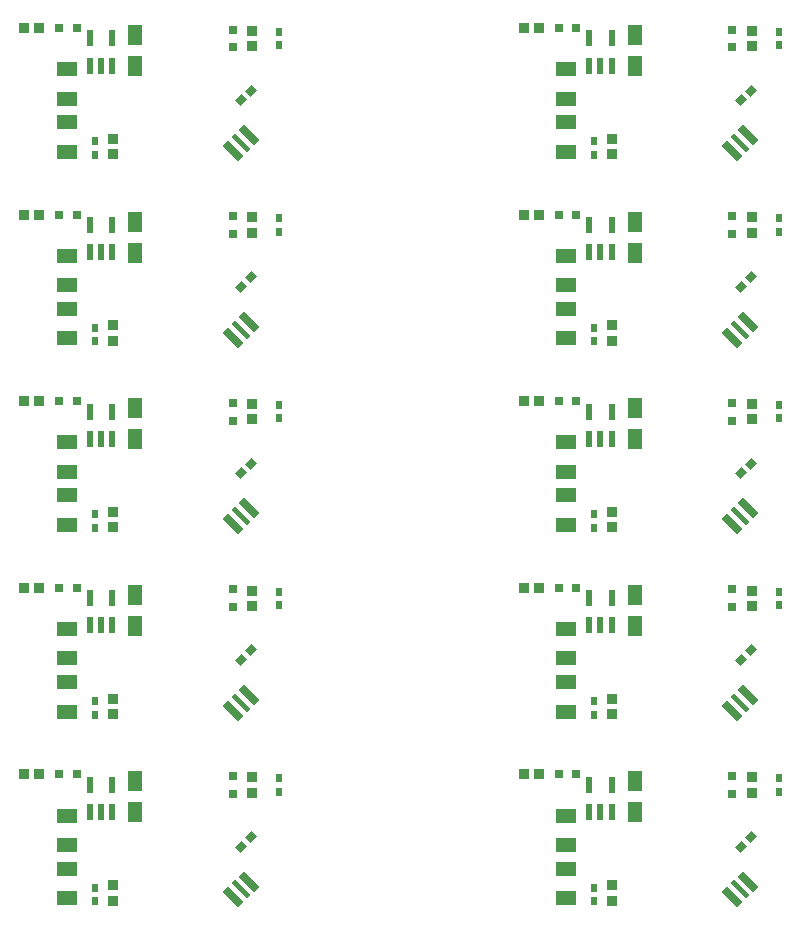
<source format=gbp>
G04*
G04 #@! TF.GenerationSoftware,Altium Limited,Altium Designer,22.10.1 (41)*
G04*
G04 Layer_Color=128*
%FSTAX24Y24*%
%MOIN*%
G70*
G04*
G04 #@! TF.SameCoordinates,8E8F082C-EA0B-43D0-983D-46ADB54C0823*
G04*
G04*
G04 #@! TF.FilePolarity,Positive*
G04*
G01*
G75*
%ADD14R,0.0236X0.0295*%
%ADD25R,0.0335X0.0374*%
%ADD46R,0.0236X0.0520*%
%ADD47R,0.0315X0.0315*%
%ADD48R,0.0374X0.0335*%
G04:AMPARAMS|DCode=49|XSize=15.7mil|YSize=74.8mil|CornerRadius=0mil|HoleSize=0mil|Usage=FLASHONLY|Rotation=45.000|XOffset=0mil|YOffset=0mil|HoleType=Round|Shape=Rectangle|*
%AMROTATEDRECTD49*
4,1,4,0.0209,-0.0320,-0.0320,0.0209,-0.0209,0.0320,0.0320,-0.0209,0.0209,-0.0320,0.0*
%
%ADD49ROTATEDRECTD49*%

G04:AMPARAMS|DCode=50|XSize=23.6mil|YSize=74.8mil|CornerRadius=0mil|HoleSize=0mil|Usage=FLASHONLY|Rotation=45.000|XOffset=0mil|YOffset=0mil|HoleType=Round|Shape=Rectangle|*
%AMROTATEDRECTD50*
4,1,4,0.0181,-0.0348,-0.0348,0.0181,-0.0181,0.0348,0.0348,-0.0181,0.0181,-0.0348,0.0*
%
%ADD50ROTATEDRECTD50*%

%ADD51R,0.0315X0.0315*%
G04:AMPARAMS|DCode=52|XSize=23.6mil|YSize=29.5mil|CornerRadius=0mil|HoleSize=0mil|Usage=FLASHONLY|Rotation=135.000|XOffset=0mil|YOffset=0mil|HoleType=Round|Shape=Rectangle|*
%AMROTATEDRECTD52*
4,1,4,0.0188,0.0021,-0.0021,-0.0188,-0.0188,-0.0021,0.0021,0.0188,0.0188,0.0021,0.0*
%
%ADD52ROTATEDRECTD52*%

%ADD53R,0.0669X0.0512*%
%ADD54R,0.0484X0.0709*%
D14*
X026923Y020068D02*
D03*
Y019615D02*
D03*
X020773Y016418D02*
D03*
Y015965D02*
D03*
X043576Y020068D02*
D03*
Y019615D02*
D03*
X037426Y016418D02*
D03*
Y015965D02*
D03*
X026923Y026288D02*
D03*
Y025835D02*
D03*
X020773Y022638D02*
D03*
Y022185D02*
D03*
X043576Y026288D02*
D03*
Y025835D02*
D03*
X037426Y022638D02*
D03*
Y022185D02*
D03*
X026923Y032509D02*
D03*
Y032056D02*
D03*
X020773Y028859D02*
D03*
Y028406D02*
D03*
X043576Y032509D02*
D03*
Y032056D02*
D03*
X037426Y028859D02*
D03*
Y028406D02*
D03*
X026923Y038729D02*
D03*
Y038276D02*
D03*
X020773Y035079D02*
D03*
Y034626D02*
D03*
X043576Y038729D02*
D03*
Y038276D02*
D03*
X037426Y035079D02*
D03*
Y034626D02*
D03*
X026923Y04495D02*
D03*
Y044497D02*
D03*
X020773Y0413D02*
D03*
Y040847D02*
D03*
X043576Y04495D02*
D03*
Y044497D02*
D03*
X037426Y0413D02*
D03*
Y040847D02*
D03*
D25*
X018929Y020191D02*
D03*
X018417D02*
D03*
X035582D02*
D03*
X035071D02*
D03*
X018929Y026412D02*
D03*
X018417D02*
D03*
X035582D02*
D03*
X035071D02*
D03*
X018929Y032632D02*
D03*
X018417D02*
D03*
X035582D02*
D03*
X035071D02*
D03*
X018929Y038853D02*
D03*
X018417D02*
D03*
X035582D02*
D03*
X035071D02*
D03*
X018929Y045073D02*
D03*
X018417D02*
D03*
X035582D02*
D03*
X035071D02*
D03*
D46*
X021347Y018939D02*
D03*
X020973D02*
D03*
X020599D02*
D03*
Y019844D02*
D03*
X021347D02*
D03*
X038Y018939D02*
D03*
X037626D02*
D03*
X037252D02*
D03*
Y019844D02*
D03*
X038D02*
D03*
X021347Y025159D02*
D03*
X020973D02*
D03*
X020599D02*
D03*
Y026065D02*
D03*
X021347D02*
D03*
X038Y025159D02*
D03*
X037626D02*
D03*
X037252D02*
D03*
Y026065D02*
D03*
X038D02*
D03*
X021347Y03138D02*
D03*
X020973D02*
D03*
X020599D02*
D03*
Y032285D02*
D03*
X021347D02*
D03*
X038Y03138D02*
D03*
X037626D02*
D03*
X037252D02*
D03*
Y032285D02*
D03*
X038D02*
D03*
X021347Y0376D02*
D03*
X020973D02*
D03*
X020599D02*
D03*
Y038505D02*
D03*
X021347D02*
D03*
X038Y0376D02*
D03*
X037626D02*
D03*
X037252D02*
D03*
Y038505D02*
D03*
X038D02*
D03*
X021347Y04382D02*
D03*
X020973D02*
D03*
X020599D02*
D03*
Y044726D02*
D03*
X021347D02*
D03*
X038Y04382D02*
D03*
X037626D02*
D03*
X037252D02*
D03*
Y044726D02*
D03*
X038D02*
D03*
D47*
X019578Y020191D02*
D03*
X020168D02*
D03*
X036231D02*
D03*
X036822D02*
D03*
X019578Y026412D02*
D03*
X020168D02*
D03*
X036231D02*
D03*
X036822D02*
D03*
X019578Y032632D02*
D03*
X020168D02*
D03*
X036231D02*
D03*
X036822D02*
D03*
X019578Y038853D02*
D03*
X020168D02*
D03*
X036231D02*
D03*
X036822D02*
D03*
X019578Y045073D02*
D03*
X020168D02*
D03*
X036231D02*
D03*
X036822D02*
D03*
D48*
X021373Y015985D02*
D03*
Y016497D02*
D03*
X026023Y019585D02*
D03*
Y020097D02*
D03*
X038026Y015985D02*
D03*
Y016497D02*
D03*
X042676Y019585D02*
D03*
Y020097D02*
D03*
X021373Y022206D02*
D03*
Y022718D02*
D03*
X026023Y025806D02*
D03*
Y026318D02*
D03*
X038026Y022206D02*
D03*
Y022718D02*
D03*
X042676Y025806D02*
D03*
Y026318D02*
D03*
X021373Y028426D02*
D03*
Y028938D02*
D03*
X026023Y032026D02*
D03*
Y032538D02*
D03*
X038026Y028426D02*
D03*
Y028938D02*
D03*
X042676Y032026D02*
D03*
Y032538D02*
D03*
X021373Y034647D02*
D03*
Y035159D02*
D03*
X026023Y038247D02*
D03*
Y038759D02*
D03*
X038026Y034647D02*
D03*
Y035159D02*
D03*
X042676Y038247D02*
D03*
Y038759D02*
D03*
X021373Y040867D02*
D03*
Y041379D02*
D03*
X026023Y044467D02*
D03*
Y044979D02*
D03*
X038026Y040867D02*
D03*
Y041379D02*
D03*
X042676Y044467D02*
D03*
Y044979D02*
D03*
D49*
X025637Y016356D02*
D03*
X042291D02*
D03*
X025637Y022576D02*
D03*
X042291D02*
D03*
X025637Y028797D02*
D03*
X042291D02*
D03*
X025637Y035017D02*
D03*
X042291D02*
D03*
X025637Y041238D02*
D03*
X042291D02*
D03*
D50*
X025373Y016091D02*
D03*
X025902Y01662D02*
D03*
X042026Y016091D02*
D03*
X042555Y01662D02*
D03*
X025373Y022312D02*
D03*
X025902Y022841D02*
D03*
X042026Y022312D02*
D03*
X042555Y022841D02*
D03*
X025373Y028532D02*
D03*
X025902Y029061D02*
D03*
X042026Y028532D02*
D03*
X042555Y029061D02*
D03*
X025373Y034753D02*
D03*
X025902Y035282D02*
D03*
X042026Y034753D02*
D03*
X042555Y035282D02*
D03*
X025373Y040973D02*
D03*
X025902Y041502D02*
D03*
X042026Y040973D02*
D03*
X042555Y041502D02*
D03*
D51*
X025373Y020137D02*
D03*
Y019546D02*
D03*
X042026Y020137D02*
D03*
Y019546D02*
D03*
X025373Y026357D02*
D03*
Y025767D02*
D03*
X042026Y026357D02*
D03*
Y025767D02*
D03*
X025373Y032578D02*
D03*
Y031987D02*
D03*
X042026Y032578D02*
D03*
Y031987D02*
D03*
X025373Y038798D02*
D03*
Y038207D02*
D03*
X042026Y038798D02*
D03*
Y038207D02*
D03*
X025373Y045018D02*
D03*
Y044428D02*
D03*
X042026Y045018D02*
D03*
Y044428D02*
D03*
D52*
X025983Y018101D02*
D03*
X025663Y017781D02*
D03*
X042637Y018101D02*
D03*
X042316Y017781D02*
D03*
X025983Y024322D02*
D03*
X025663Y024002D02*
D03*
X042637Y024322D02*
D03*
X042316Y024002D02*
D03*
X025983Y030542D02*
D03*
X025663Y030222D02*
D03*
X042637Y030542D02*
D03*
X042316Y030222D02*
D03*
X025983Y036763D02*
D03*
X025663Y036443D02*
D03*
X042637Y036763D02*
D03*
X042316Y036443D02*
D03*
X025983Y042983D02*
D03*
X025663Y042663D02*
D03*
X042637Y042983D02*
D03*
X042316Y042663D02*
D03*
D53*
X019842Y018819D02*
D03*
Y016063D02*
D03*
Y017835D02*
D03*
Y017048D02*
D03*
X036495Y018819D02*
D03*
Y016063D02*
D03*
Y017835D02*
D03*
Y017048D02*
D03*
X019842Y02504D02*
D03*
Y022284D02*
D03*
Y024056D02*
D03*
Y023268D02*
D03*
X036495Y02504D02*
D03*
Y022284D02*
D03*
Y024056D02*
D03*
Y023268D02*
D03*
X019842Y03126D02*
D03*
Y028504D02*
D03*
Y030276D02*
D03*
Y029489D02*
D03*
X036495Y03126D02*
D03*
Y028504D02*
D03*
Y030276D02*
D03*
Y029489D02*
D03*
X019842Y037481D02*
D03*
Y034725D02*
D03*
Y036496D02*
D03*
Y035709D02*
D03*
X036495Y037481D02*
D03*
Y034725D02*
D03*
Y036496D02*
D03*
Y035709D02*
D03*
X019842Y043701D02*
D03*
Y040945D02*
D03*
Y042717D02*
D03*
Y04193D02*
D03*
X036495Y043701D02*
D03*
Y040945D02*
D03*
Y042717D02*
D03*
Y04193D02*
D03*
D54*
X022123Y018926D02*
D03*
Y019957D02*
D03*
X038776Y018926D02*
D03*
Y019957D02*
D03*
X022123Y025146D02*
D03*
Y026178D02*
D03*
X038776Y025146D02*
D03*
Y026178D02*
D03*
X022123Y031367D02*
D03*
Y032398D02*
D03*
X038776Y031367D02*
D03*
Y032398D02*
D03*
X022123Y037587D02*
D03*
Y038618D02*
D03*
X038776Y037587D02*
D03*
Y038618D02*
D03*
X022123Y043807D02*
D03*
Y044839D02*
D03*
X038776Y043807D02*
D03*
Y044839D02*
D03*
M02*

</source>
